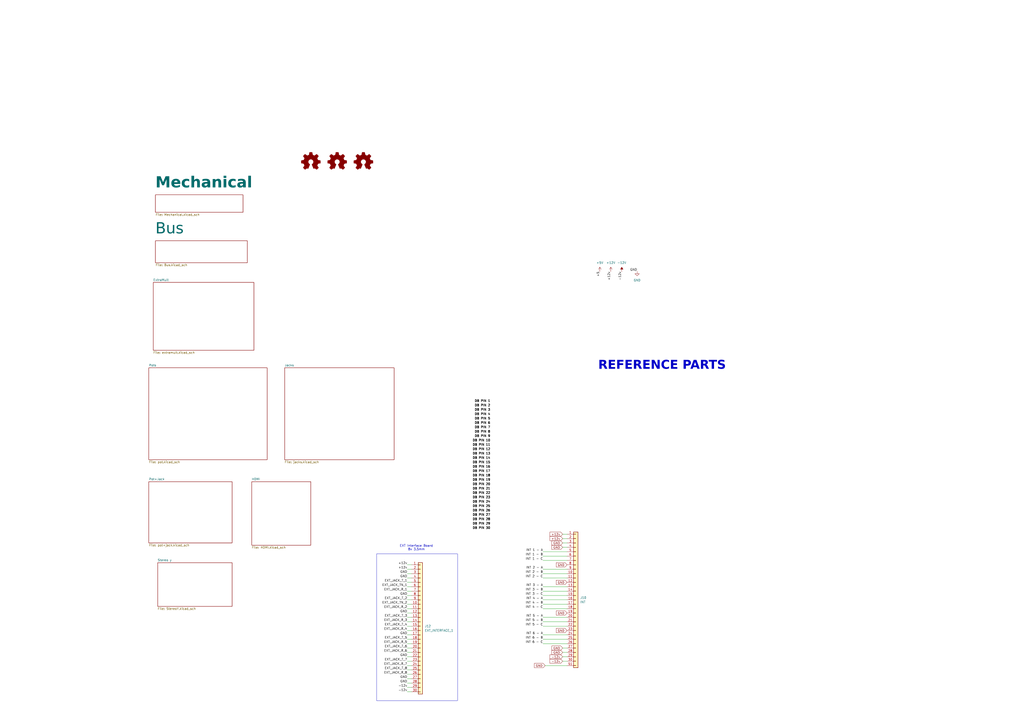
<source format=kicad_sch>
(kicad_sch (version 20231120) (generator "eeschema") (generator_version "8.0")
  (paper "A2")
  (title_block (title "Audio Thing Template") (date "2024-11-13") (rev "1.0") (company "velvia-fifty") (comment 1 "https://github.com/velvia-fifty/AudioThings") (comment 2 "You should have changed this already :)") (comment 4 "Stay humble"))
  (lib_symbols
    (symbol "Connector_Generic:Conn_01x30" (pin_names (offset 1.016) hide)
      (property "Reference" "J" (at 0 38.1 0))
      (property "Value" "Conn_01x30" (at 0 -40.64 0))
      (symbol "Conn_01x30_1_1"
        (rectangle (start -1.27 -37.973) (end 0 -38.227) (stroke (width 0.1524)))
        (rectangle (start -1.27 -35.433) (end 0 -35.687) (stroke (width 0.1524)))
        (rectangle (start -1.27 -32.893) (end 0 -33.147) (stroke (width 0.1524)))
        (rectangle (start -1.27 -30.353) (end 0 -30.607) (stroke (width 0.1524)))
        (rectangle (start -1.27 -27.813) (end 0 -28.067) (stroke (width 0.1524)))
        (rectangle (start -1.27 -25.273) (end 0 -25.527) (stroke (width 0.1524)))
        (rectangle (start -1.27 -22.733) (end 0 -22.987) (stroke (width 0.1524)))
        (rectangle (start -1.27 -20.193) (end 0 -20.447) (stroke (width 0.1524)))
        (rectangle (start -1.27 -17.653) (end 0 -17.907) (stroke (width 0.1524)))
        (rectangle (start -1.27 -15.113) (end 0 -15.367) (stroke (width 0.1524)))
        (rectangle (start -1.27 -12.573) (end 0 -12.827) (stroke (width 0.1524)))
        (rectangle (start -1.27 -10.033) (end 0 -10.287) (stroke (width 0.1524)))
        (rectangle (start -1.27 -7.493) (end 0 -7.747) (stroke (width 0.1524)))
        (rectangle (start -1.27 -4.953) (end 0 -5.207) (stroke (width 0.1524)))
        (rectangle (start -1.27 -2.413) (end 0 -2.667) (stroke (width 0.1524)))
        (rectangle (start -1.27 0.127) (end 0 -0.127) (stroke (width 0.1524)))
        (rectangle (start -1.27 2.667) (end 0 2.413) (stroke (width 0.1524)))
        (rectangle (start -1.27 5.207) (end 0 4.953) (stroke (width 0.1524)))
        (rectangle (start -1.27 7.747) (end 0 7.493) (stroke (width 0.1524)))
        (rectangle (start -1.27 10.287) (end 0 10.033) (stroke (width 0.1524)))
        (rectangle (start -1.27 12.827) (end 0 12.573) (stroke (width 0.1524)))
        (rectangle (start -1.27 15.367) (end 0 15.113) (stroke (width 0.1524)))
        (rectangle (start -1.27 17.907) (end 0 17.653) (stroke (width 0.1524)))
        (rectangle (start -1.27 20.447) (end 0 20.193) (stroke (width 0.1524)))
        (rectangle (start -1.27 22.987) (end 0 22.733) (stroke (width 0.1524)))
        (rectangle (start -1.27 25.527) (end 0 25.273) (stroke (width 0.1524)))
        (rectangle (start -1.27 28.067) (end 0 27.813) (stroke (width 0.1524)))
        (rectangle (start -1.27 30.607) (end 0 30.353) (stroke (width 0.1524)))
        (rectangle (start -1.27 33.147) (end 0 32.893) (stroke (width 0.1524)))
        (rectangle (start -1.27 35.687) (end 0 35.433) (stroke (width 0.1524)))
        (rectangle (start -1.27 36.83) (end 1.27 -39.37) (stroke (width 0.254)) (fill (type background)))
        (pin passive line (at -5.08 35.56 0) (length 3.81) (name "Pin_1") (number "1"))
        (pin passive line (at -5.08 12.7 0) (length 3.81) (name "Pin_10") (number "10"))
        (pin passive line (at -5.08 10.16 0) (length 3.81) (name "Pin_11") (number "11"))
        (pin passive line (at -5.08 7.62 0) (length 3.81) (name "Pin_12") (number "12"))
        (pin passive line (at -5.08 5.08 0) (length 3.81) (name "Pin_13") (number "13"))
        (pin passive line (at -5.08 2.54 0) (length 3.81) (name "Pin_14") (number "14"))
        (pin passive line (at -5.08 0 0) (length 3.81) (name "Pin_15") (number "15"))
        (pin passive line (at -5.08 -2.54 0) (length 3.81) (name "Pin_16") (number "16"))
        (pin passive line (at -5.08 -5.08 0) (length 3.81) (name "Pin_17") (number "17"))
        (pin passive line (at -5.08 -7.62 0) (length 3.81) (name "Pin_18") (number "18"))
        (pin passive line (at -5.08 -10.16 0) (length 3.81) (name "Pin_19") (number "19"))
        (pin passive line (at -5.08 33.02 0) (length 3.81) (name "Pin_2") (number "2"))
        (pin passive line (at -5.08 -12.7 0) (length 3.81) (name "Pin_20") (number "20"))
        (pin passive line (at -5.08 -15.24 0) (length 3.81) (name "Pin_21") (number "21"))
        (pin passive line (at -5.08 -17.78 0) (length 3.81) (name "Pin_22") (number "22"))
        (pin passive line (at -5.08 -20.32 0) (length 3.81) (name "Pin_23") (number "23"))
        (pin passive line (at -5.08 -22.86 0) (length 3.81) (name "Pin_24") (number "24"))
        (pin passive line (at -5.08 -25.4 0) (length 3.81) (name "Pin_25") (number "25"))
        (pin passive line (at -5.08 -27.94 0) (length 3.81) (name "Pin_26") (number "26"))
        (pin passive line (at -5.08 -30.48 0) (length 3.81) (name "Pin_27") (number "27"))
        (pin passive line (at -5.08 -33.02 0) (length 3.81) (name "Pin_28") (number "28"))
        (pin passive line (at -5.08 -35.56 0) (length 3.81) (name "Pin_29") (number "29"))
        (pin passive line (at -5.08 30.48 0) (length 3.81) (name "Pin_3") (number "3"))
        (pin passive line (at -5.08 -38.1 0) (length 3.81) (name "Pin_30") (number "30"))
        (pin passive line (at -5.08 27.94 0) (length 3.81) (name "Pin_4") (number "4"))
        (pin passive line (at -5.08 25.4 0) (length 3.81) (name "Pin_5") (number "5"))
        (pin passive line (at -5.08 22.86 0) (length 3.81) (name "Pin_6") (number "6"))
        (pin passive line (at -5.08 20.32 0) (length 3.81) (name "Pin_7") (number "7"))
        (pin passive line (at -5.08 17.78 0) (length 3.81) (name "Pin_8") (number "8"))
        (pin passive line (at -5.08 15.24 0) (length 3.81) (name "Pin_9") (number "9"))
      )
    )
    (symbol "Connector_Generic:Conn_01x31" (pin_names (offset 1.016) hide)
      (property "Reference" "J10" (at 2.54 1.2701 0))
      (property "Value" "Conn_01x31" (at 2.54 -1.2699 0))
      (symbol "Conn_01x31_1_1"
        (rectangle (start -1.27 -37.973) (end 0 -38.227) (stroke (width 0.1524)))
        (rectangle (start -1.27 -35.433) (end 0 -35.687) (stroke (width 0.1524)))
        (rectangle (start -1.27 -32.893) (end 0 -33.147) (stroke (width 0.1524)))
        (rectangle (start -1.27 -30.353) (end 0 -30.607) (stroke (width 0.1524)))
        (rectangle (start -1.27 -27.813) (end 0 -28.067) (stroke (width 0.1524)))
        (rectangle (start -1.27 -25.273) (end 0 -25.527) (stroke (width 0.1524)))
        (rectangle (start -1.27 -22.733) (end 0 -22.987) (stroke (width 0.1524)))
        (rectangle (start -1.27 -20.193) (end 0 -20.447) (stroke (width 0.1524)))
        (rectangle (start -1.27 -17.653) (end 0 -17.907) (stroke (width 0.1524)))
        (rectangle (start -1.27 -15.113) (end 0 -15.367) (stroke (width 0.1524)))
        (rectangle (start -1.27 -12.573) (end 0 -12.827) (stroke (width 0.1524)))
        (rectangle (start -1.27 -10.033) (end 0 -10.287) (stroke (width 0.1524)))
        (rectangle (start -1.27 -7.493) (end 0 -7.747) (stroke (width 0.1524)))
        (rectangle (start -1.27 -4.953) (end 0 -5.207) (stroke (width 0.1524)))
        (rectangle (start -1.27 -2.413) (end 0 -2.667) (stroke (width 0.1524)))
        (rectangle (start -1.27 0.127) (end 0 -0.127) (stroke (width 0.1524)))
        (rectangle (start -1.27 2.667) (end 0 2.413) (stroke (width 0.1524)))
        (rectangle (start -1.27 5.207) (end 0 4.953) (stroke (width 0.1524)))
        (rectangle (start -1.27 7.747) (end 0 7.493) (stroke (width 0.1524)))
        (rectangle (start -1.27 10.287) (end 0 10.033) (stroke (width 0.1524)))
        (rectangle (start -1.27 12.827) (end 0 12.573) (stroke (width 0.1524)))
        (rectangle (start -1.27 15.367) (end 0 15.113) (stroke (width 0.1524)))
        (rectangle (start -1.27 17.907) (end 0 17.653) (stroke (width 0.1524)))
        (rectangle (start -1.27 20.447) (end 0 20.193) (stroke (width 0.1524)))
        (rectangle (start -1.27 22.987) (end 0 22.733) (stroke (width 0.1524)))
        (rectangle (start -1.27 25.527) (end 0 25.273) (stroke (width 0.1524)))
        (rectangle (start -1.27 28.067) (end 0 27.813) (stroke (width 0.1524)))
        (rectangle (start -1.27 30.607) (end 0 30.353) (stroke (width 0.1524)))
        (rectangle (start -1.27 33.147) (end 0 32.893) (stroke (width 0.1524)))
        (rectangle (start -1.27 35.687) (end 0 35.433) (stroke (width 0.1524)))
        (rectangle (start -1.27 38.227) (end 0 37.973) (stroke (width 0.1524)))
        (rectangle (start -1.27 39.37) (end 1.27 -39.37) (stroke (width 0.254)) (fill (type background)))
        (pin passive line (at -5.08 38.1 0) (length 3.81) (name "Pin_1") (number "1"))
        (pin passive line (at -5.08 15.24 0) (length 3.81) (name "Pin_10") (number "10"))
        (pin passive line (at -5.08 12.7 0) (length 3.81) (name "Pin_11") (number "11"))
        (pin passive line (at -5.08 10.16 0) (length 3.81) (name "Pin_12") (number "12"))
        (pin passive line (at -5.08 7.62 0) (length 3.81) (name "Pin_13") (number "13"))
        (pin passive line (at -5.08 5.08 0) (length 3.81) (name "Pin_14") (number "14"))
        (pin passive line (at -5.08 2.54 0) (length 3.81) (name "Pin_15") (number "15"))
        (pin passive line (at -5.08 0 0) (length 3.81) (name "Pin_16") (number "16"))
        (pin passive line (at -5.08 -2.54 0) (length 3.81) (name "Pin_17") (number "17"))
        (pin passive line (at -5.08 -5.08 0) (length 3.81) (name "Pin_18") (number "18"))
        (pin passive line (at -5.08 -7.62 0) (length 3.81) (name "Pin_19") (number "19"))
        (pin passive line (at -5.08 35.56 0) (length 3.81) (name "Pin_2") (number "2"))
        (pin passive line (at -5.08 -10.16 0) (length 3.81) (name "Pin_20") (number "20"))
        (pin passive line (at -5.08 -12.7 0) (length 3.81) (name "Pin_21") (number "21"))
        (pin passive line (at -5.08 -15.24 0) (length 3.81) (name "Pin_22") (number "22"))
        (pin passive line (at -5.08 -17.78 0) (length 3.81) (name "Pin_23") (number "23"))
        (pin passive line (at -5.08 -20.32 0) (length 3.81) (name "Pin_24") (number "24"))
        (pin passive line (at -5.08 -22.86 0) (length 3.81) (name "Pin_25") (number "25"))
        (pin passive line (at -5.08 -25.4 0) (length 3.81) (name "Pin_26") (number "26"))
        (pin passive line (at -5.08 -27.94 0) (length 3.81) (name "Pin_27") (number "27"))
        (pin passive line (at -5.08 -30.48 0) (length 3.81) (name "Pin_28") (number "28"))
        (pin passive line (at -5.08 -33.02 0) (length 3.81) (name "Pin_29") (number "29"))
        (pin passive line (at -5.08 33.02 0) (length 3.81) (name "Pin_3") (number "3"))
        (pin passive line (at -5.08 -35.56 0) (length 3.81) (name "Pin_30") (number "30"))
        (pin passive line (at -5.08 30.48 0) (length 3.81) (name "Pin_4") (number "4"))
        (pin passive line (at -5.08 27.94 0) (length 3.81) (name "Pin_5") (number "5"))
        (pin passive line (at -5.08 25.4 0) (length 3.81) (name "Pin_6") (number "6"))
        (pin passive line (at -5.08 22.86 0) (length 3.81) (name "Pin_7") (number "7"))
        (pin passive line (at -5.08 20.32 0) (length 3.81) (name "Pin_8") (number "8"))
        (pin passive line (at -5.08 17.78 0) (length 3.81) (name "Pin_9") (number "9"))
        (pin passive line (at -5.08 -38.1 0) (length 3.81) (name "S1") (number "S1"))
      )
    )
    (symbol "Graphic:Logo_Open_Hardware_Small" (in_bom no) (on_board no)
      (symbol "Logo_Open_Hardware_Small_0_1"
        (polyline (pts (xy 3.3528 -4.3434) (xy 3.302 -4.318) (xy 3.175 -4.2418) (xy 2.9972 -4.1148) (xy 2.7686 -3.9624) (xy 2.54 -3.81) (xy 2.3622 -3.7084) (xy 2.2352 -3.6068) (xy 2.1844 -3.5814) (xy 2.159 -3.6068) (xy 2.0574 -3.6576) (xy 1.905 -3.7338) (xy 1.8034 -3.7846) (xy 1.6764 -3.8354) (xy 1.6002 -3.8354) (xy 1.6002 -3.8354) (xy 1.5494 -3.7338) (xy 1.4732 -3.5306) (xy 1.3462 -3.302) (xy 1.2446 -3.0226) (xy 1.1176 -2.7178) (xy 0.9652 -2.413) (xy 0.8636 -2.1082) (xy 0.7366 -1.8288) (xy 0.6604 -1.6256) (xy 0.6096 -1.4732) (xy 0.5842 -1.397) (xy 0.5842 -1.397) (xy 0.6604 -1.3208) (xy 0.7874 -1.2446) (xy 1.0414 -1.016) (xy 1.2954 -0.6858) (xy 1.4478 -0.3302) (xy 1.524 0.0762) (xy 1.4732 0.4572) (xy 1.3208 0.8128) (xy 1.0668 1.143) (xy 0.762 1.3716) (xy 0.4064 1.524) (xy 0 1.5748) (xy -0.381 1.5494) (xy -0.7366 1.397) (xy -1.0668 1.143) (xy -1.2192 0.9906) (xy -1.397 0.6604) (xy -1.524 0.3048) (xy -1.524 0.2286) (xy -1.4986 -0.1778) (xy -1.397 -0.5334) (xy -1.1938 -0.8636) (xy -0.9144 -1.143) (xy -0.8636 -1.1684) (xy -0.7366 -1.27) (xy -0.635 -1.3462) (xy -0.5842 -1.397) (xy -1.0668 -2.5908) (xy -1.143 -2.794) (xy -1.2954 -3.1242) (xy -1.397 -3.4036) (xy -1.4986 -3.6322) (xy -1.5748 -3.7846) (xy -1.6002 -3.8354) (xy -1.6002 -3.8354) (xy -1.651 -3.8354) (xy -1.7272 -3.81) (xy -1.905 -3.7338) (xy -2.0066 -3.683) (xy -2.1336 -3.6068) (xy -2.2098 -3.5814) (xy -2.2606 -3.6068) (xy -2.3622 -3.683) (xy -2.54 -3.81) (xy -2.7686 -3.9624) (xy -2.9718 -4.0894) (xy -3.1496 -4.2164) (xy -3.302 -4.318) (xy -3.3528 -4.3434) (xy -3.3782 -4.3434) (xy -3.429 -4.318) (xy -3.5306 -4.2164) (xy -3.7084 -4.064) (xy -3.937 -3.8354) (xy -3.9624 -3.81) (xy -4.1656 -3.6068) (xy -4.318 -3.4544) (xy -4.4196 -3.3274) (xy -4.445 -3.2766) (xy -4.445 -3.2766) (xy -4.4196 -3.2258) (xy -4.318 -3.0734) (xy -4.2164 -2.8956) (xy -4.064 -2.667) (xy -3.6576 -2.0828) (xy -3.8862 -1.5494) (xy -3.937 -1.3716) (xy -4.0386 -1.1684) (xy -4.0894 -1.0414) (xy -4.1148 -0.9652) (xy -4.191 -0.9398) (xy -4.318 -0.9144) (xy -4.5466 -0.8636) (xy -4.8006 -0.8128) (xy -5.0546 -0.7874) (xy -5.2578 -0.7366) (xy -5.4356 -0.7112) (xy -5.5118 -0.6858) (xy -5.5118 -0.6858) (xy -5.5372 -0.635) (xy -5.5372 -0.5588) (xy -5.5372 -0.4318) (xy -5.5626 -0.2286) (xy -5.5626 0.0762) (xy -5.5626 0.127) (xy -5.5372 0.4064) (xy -5.5372 0.635) (xy -5.5372 0.762) (xy -5.5372 0.8382) (xy -5.5372 0.8382) (xy -5.461 0.8382) (xy -5.3086 0.889) (xy -5.08 0.9144) (xy -4.826 0.9652) (xy -4.8006 0.9906) (xy -4.5466 1.0414) (xy -4.318 1.0668) (xy -4.1656 1.1176) (xy -4.0894 1.143) (xy -4.0894 1.143) (xy -4.0386 1.2446) (xy -3.9624 1.4224) (xy -3.8608 1.6256) (xy -3.7846 1.8288) (xy -3.7084 2.0066) (xy -3.6576 2.159) (xy -3.6322 2.2098) (xy -3.6322 2.2098) (xy -3.683 2.286) (xy -3.7592 2.413) (xy -3.8862 2.5908) (xy -4.064 2.8194) (xy -4.064 2.8448) (xy -4.2164 3.0734) (xy -4.3434 3.2512) (xy -4.4196 3.3782) (xy -4.445 3.4544) (xy -4.445 3.4544) (xy -4.3942 3.5052) (xy -4.2926 3.6322) (xy -4.1148 3.81) (xy -3.937 4.0132) (xy -3.8608 4.064) (xy -3.6576 4.2926) (xy -3.5052 4.4196) (xy -3.4036 4.4958) (xy -3.3528 4.5212) (xy -3.3528 4.5212) (xy -3.302 4.4704) (xy -3.1496 4.3688) (xy -2.9718 4.2418) (xy -2.7432 4.0894) (xy -2.7178 4.0894) (xy -2.4892 3.937) (xy -2.3114 3.81) (xy -2.1844 3.7084) (xy -2.1336 3.683) (xy -2.1082 3.683) (xy -2.032 3.7084) (xy -1.8542 3.7592) (xy -1.6764 3.8354) (xy -1.4732 3.937) (xy -1.27 4.0132) (xy -1.143 4.064) (xy -1.0668 4.1148) (xy -1.0668 4.1148) (xy -1.0414 4.191) (xy -1.016 4.3434) (xy -0.9652 4.572) (xy -0.9144 4.8514) (xy -0.889 4.9022) (xy -0.8382 5.1562) (xy -0.8128 5.3848) (xy -0.7874 5.5372) (xy -0.762 5.588) (xy -0.7112 5.6134) (xy -0.5842 5.6134) (xy -0.4064 5.6134) (xy -0.1524 5.6134) (xy 0.0762 5.6134) (xy 0.3302 5.6134) (xy 0.5334 5.6134) (xy 0.6858 5.588) (xy 0.7366 5.588) (xy 0.7366 5.588) (xy 0.762 5.5118) (xy 0.8128 5.334) (xy 0.8382 5.1054) (xy 0.9144 4.826) (xy 0.9144 4.7752) (xy 0.9652 4.5212) (xy 1.016 4.2926) (xy 1.0414 4.1402) (xy 1.0668 4.0894) (xy 1.0668 4.0894) (xy 1.1938 4.0386) (xy 1.3716 3.9624) (xy 1.5748 3.8608) (xy 2.0828 3.6576) (xy 2.7178 4.0894) (xy 2.7686 4.1402) (xy 2.9972 4.2926) (xy 3.175 4.4196) (xy 3.302 4.4958) (xy 3.3782 4.5212) (xy 3.3782 4.5212) (xy 3.429 4.4704) (xy 3.556 4.3434) (xy 3.7338 4.191) (xy 3.9116 3.9878) (xy 4.064 3.8354) (xy 4.2418 3.6576) (xy 4.3434 3.556) (xy 4.4196 3.4798) (xy 4.4196 3.429) (xy 4.4196 3.4036) (xy 4.3942 3.3274) (xy 4.2926 3.2004) (xy 4.1656 2.9972) (xy 4.0132 2.794) (xy 3.8862 2.5908) (xy 3.7592 2.3876) (xy 3.6576 2.2352) (xy 3.6322 2.159) (xy 3.6322 2.1336) (xy 3.683 2.0066) (xy 3.7592 1.8288) (xy 3.8608 1.6002) (xy 4.064 1.1176) (xy 4.3942 1.0414) (xy 4.5974 1.016) (xy 4.8768 0.9652) (xy 5.1308 0.9144) (xy 5.5372 0.8382) (xy 5.5626 -0.6604) (xy 5.4864 -0.6858) (xy 5.4356 -0.6858) (xy 5.2832 -0.7366) (xy 5.0546 -0.762) (xy 4.8006 -0.8128) (xy 4.5974 -0.8636) (xy 4.3688 -0.9144) (xy 4.2164 -0.9398) (xy 4.1402 -0.9398) (xy 4.1148 -0.9652) (xy 4.064 -1.0668) (xy 3.9878 -1.2446) (xy 3.9116 -1.4478) (xy 3.81 -1.651) (xy 3.7338 -1.8542) (xy 3.683 -2.0066) (xy 3.6576 -2.0828) (xy 3.683 -2.1336) (xy 3.7846 -2.2606) (xy 3.8862 -2.4638) (xy 4.0386 -2.667) (xy 4.191 -2.8956) (xy 4.318 -3.0734) (xy 4.3942 -3.2004) (xy 4.445 -3.2766) (xy 4.4196 -3.3274) (xy 4.3434 -3.429) (xy 4.1656 -3.5814) (xy 3.937 -3.8354) (xy 3.8862 -3.8608) (xy 3.683 -4.064) (xy 3.5306 -4.2164) (xy 3.4036 -4.318) (xy 3.3528 -4.3434)) (fill (type outline)))
      )
    )
    (symbol "power:+12V" (power) (pin_numbers hide) (pin_names (offset 0) hide)
      (property "Value" "+12V" (at 0 3.556 0))
      (symbol "+12V_0_1"
        (polyline (pts (xy -0.762 1.27) (xy 0 2.54)))
        (polyline (pts (xy 0 0) (xy 0 2.54)))
        (polyline (pts (xy 0 2.54) (xy 0.762 1.27)))
      )
      (symbol "+12V_1_1"
        (pin power_in line (at 0 0 90) (length 0) (name "~") (number "1"))
      )
    )
    (symbol "power:+5V" (power) (pin_numbers hide) (pin_names (offset 0) hide)
      (property "Value" "+5V" (at 0 3.556 0))
      (symbol "+5V_0_1"
        (polyline (pts (xy -0.762 1.27) (xy 0 2.54)))
        (polyline (pts (xy 0 0) (xy 0 2.54)))
        (polyline (pts (xy 0 2.54) (xy 0.762 1.27)))
      )
      (symbol "+5V_1_1"
        (pin power_in line (at 0 0 90) (length 0) (name "~") (number "1"))
      )
    )
    (symbol "power:-12V" (power) (pin_numbers hide) (pin_names (offset 0) hide)
      (property "Value" "-12V" (at 0 3.556 0))
      (symbol "-12V_0_0"
        (pin power_in line (at 0 0 90) (length 0) (name "~") (number "1"))
      )
      (symbol "-12V_0_1"
        (polyline (pts (xy 0 0) (xy 0 1.27) (xy 0.762 1.27) (xy 0 2.54) (xy -0.762 1.27) (xy 0 1.27)) (fill (type outline)))
      )
    )
    (symbol "power:GND" (power) (pin_numbers hide) (pin_names (offset 0) hide)
      (property "Value" "GND" (at 0 -3.81 0))
      (symbol "GND_0_1"
        (polyline (pts (xy 0 0) (xy 0 -1.27) (xy 1.27 -1.27) (xy 0 -2.54) (xy -1.27 -1.27) (xy 0 -1.27)))
      )
      (symbol "GND_1_1"
        (pin power_in line (at 0 0 270) (length 0) (name "~") (number "1"))
      )
    )
  )
  (wire (pts (xy 238.76 358.14) (xy 236.22 358.14)))
  (wire (pts (xy 238.76 365.76) (xy 236.22 365.76)))
  (wire (pts (xy 238.76 332.74) (xy 236.22 332.74)))
  (wire (pts (xy 238.76 342.9) (xy 236.22 342.9)))
  (wire (pts (xy 238.76 368.3) (xy 236.22 368.3)))
  (wire (pts (xy 326.39 309.88) (xy 328.93 309.88)))
  (wire (pts (xy 238.76 355.6) (xy 236.22 355.6)))
  (wire (pts (xy 326.39 317.5) (xy 328.93 317.5)))
  (wire (pts (xy 326.39 314.96) (xy 328.93 314.96)))
  (wire (pts (xy 238.76 335.28) (xy 236.22 335.28)))
  (wire (pts (xy 238.76 330.2) (xy 236.22 330.2)))
  (wire (pts (xy 326.39 383.54) (xy 328.93 383.54)))
  (wire (pts (xy 314.96 347.98) (xy 328.93 347.98)))
  (wire (pts (xy 314.96 322.58) (xy 328.93 322.58)))
  (wire (pts (xy 238.76 345.44) (xy 236.22 345.44)))
  (wire (pts (xy 238.76 386.08) (xy 236.22 386.08)))
  (wire (pts (xy 314.96 363.22) (xy 328.93 363.22)))
  (wire (pts (xy 314.96 353.06) (xy 328.93 353.06)))
  (wire (pts (xy 238.76 373.38) (xy 236.22 373.38)))
  (wire (pts (xy 238.76 363.22) (xy 236.22 363.22)))
  (wire (pts (xy 314.96 345.44) (xy 328.93 345.44)))
  (wire (pts (xy 326.39 381) (xy 328.93 381)))
  (wire (pts (xy 238.76 396.24) (xy 236.22 396.24)))
  (wire (pts (xy 314.96 373.38) (xy 328.93 373.38)))
  (wire (pts (xy 314.96 325.12) (xy 328.93 325.12)))
  (wire (pts (xy 238.76 347.98) (xy 236.22 347.98)))
  (wire (pts (xy 238.76 327.66) (xy 236.22 327.66)))
  (wire (pts (xy 238.76 393.7) (xy 236.22 393.7)))
  (wire (pts (xy 314.96 330.2) (xy 328.93 330.2)))
  (wire (pts (xy 314.96 340.36) (xy 328.93 340.36)))
  (wire (pts (xy 238.76 391.16) (xy 236.22 391.16)))
  (wire (pts (xy 238.76 388.62) (xy 236.22 388.62)))
  (wire (pts (xy 238.76 401.32) (xy 236.22 401.32)))
  (wire (pts (xy 238.76 340.36) (xy 236.22 340.36)))
  (wire (pts (xy 238.76 370.84) (xy 236.22 370.84)))
  (wire (pts (xy 314.96 358.14) (xy 328.93 358.14)))
  (wire (pts (xy 314.96 342.9) (xy 328.93 342.9)))
  (wire (pts (xy 238.76 375.92) (xy 236.22 375.92)))
  (wire (pts (xy 326.39 375.92) (xy 328.93 375.92)))
  (wire (pts (xy 238.76 378.46) (xy 236.22 378.46)))
  (wire (pts (xy 238.76 337.82) (xy 236.22 337.82)))
  (wire (pts (xy 314.96 332.74) (xy 328.93 332.74)))
  (wire (pts (xy 314.96 350.52) (xy 328.93 350.52)))
  (wire (pts (xy 314.96 370.84) (xy 328.93 370.84)))
  (wire (pts (xy 314.96 360.68) (xy 328.93 360.68)))
  (wire (pts (xy 314.96 335.28) (xy 328.93 335.28)))
  (wire (pts (xy 326.39 312.42) (xy 328.93 312.42)))
  (wire (pts (xy 238.76 360.68) (xy 236.22 360.68)))
  (wire (pts (xy 314.96 368.3) (xy 328.93 368.3)))
  (wire (pts (xy 238.76 381) (xy 236.22 381)))
  (wire (pts (xy 238.76 383.54) (xy 236.22 383.54)))
  (wire (pts (xy 238.76 398.78) (xy 236.22 398.78)))
  (wire (pts (xy 316.23 386.08) (xy 328.93 386.08)))
  (wire (pts (xy 314.96 320.04) (xy 328.93 320.04)))
  (wire (pts (xy 238.76 350.52) (xy 236.22 350.52)))
  (wire (pts (xy 238.76 353.06) (xy 236.22 353.06)))
  (wire (pts (xy 326.39 378.46) (xy 328.93 378.46)))
  (rectangle (start 218.44 321.31) (end 265.43 406.4))
  (text "REFERENCE PARTS" (at 384.048 213.36 0) (effects (font (size 5.08 5.08) (thickness 1.016) (bold yes))))
  (text "EXT Interface Board\n8x 3.5mm" (at 241.554 317.754 0) (effects (font (size 1.27 1.27))))
  (label "+5" (at 347.98 157.48 270))
  (label "INT 1 - B" (at 314.96 322.58 180))
  (label "EXT_JACK_T_2" (at 236.22 347.98 180))
  (label "INT 3 - A" (at 314.96 340.36 180))
  (label "DB PIN 8" (at 284.48 251.46 180) (effects (font (thickness 0.254) (bold yes))))
  (label "DB PIN 28" (at 284.48 302.26 180) (effects (font (thickness 0.254) (bold yes))))
  (label "DB PIN 20" (at 284.48 281.94 180) (effects (font (thickness 0.254) (bold yes))))
  (label "DB PIN 11" (at 284.48 259.08 180) (effects (font (thickness 0.254) (bold yes))))
  (label "EXT_JACK_T_6" (at 236.22 375.92 180))
  (label "INT 6 - A" (at 314.96 368.3 180))
  (label "EXT_JACK_R_4" (at 236.22 365.76 180))
  (label "DB PIN 14" (at 284.48 266.7 180) (effects (font (thickness 0.254) (bold yes))))
  (label "DB PIN 24" (at 284.48 292.1 180) (effects (font (thickness 0.254) (bold yes))))
  (label "GND" (at 236.22 381 180))
  (label "GND" (at 236.22 355.6 180))
  (label "INT 6 - C" (at 314.96 373.38 180))
  (label "-12v" (at 236.22 398.78 180))
  (label "DB PIN 3" (at 284.48 238.76 180) (effects (font (thickness 0.254) (bold yes))))
  (label "DB PIN 13" (at 284.48 264.16 180) (effects (font (thickness 0.254) (bold yes))))
  (label "EXT_JACK_R_6" (at 236.22 378.46 180))
  (label "-12v" (at 360.68 157.48 270))
  (label "EXT_JACK_T_3" (at 236.22 358.14 180))
  (label "INT 3 - B" (at 314.96 342.9 180))
  (label "DB PIN 18" (at 284.48 276.86 180) (effects (font (thickness 0.254) (bold yes))))
  (label "EXT_JACK_R_7" (at 236.22 386.08 180))
  (label "EXT_JACK_T_1" (at 236.22 337.82 180))
  (label "INT 2 - A" (at 314.96 330.2 180))
  (label "GND" (at 369.57 157.48 180))
  (label "EXT_JACK_T_7" (at 236.22 383.54 180))
  (label "EXT_JACK_R_5" (at 236.22 373.38 180))
  (label "-12v" (at 236.22 401.32 180))
  (label "INT 4 - C" (at 314.96 353.06 180))
  (label "DB PIN 10" (at 284.48 256.54 180) (effects (font (thickness 0.254) (bold yes))))
  (label "GND" (at 236.22 345.44 180))
  (label "INT 6 - B" (at 314.96 370.84 180))
  (label "DB PIN 30" (at 284.48 307.34 180) (effects (font (thickness 0.254) (bold yes))))
  (label "GND" (at 236.22 368.3 180))
  (label "INT 2 - B" (at 314.96 332.74 180))
  (label "DB PIN 7" (at 284.48 248.92 180) (effects (font (thickness 0.254) (bold yes))))
  (label "DB PIN 9" (at 284.48 254 180) (effects (font (thickness 0.254) (bold yes))))
  (label "DB PIN 1" (at 284.48 233.68 180) (effects (font (thickness 0.254) (bold yes))))
  (label "INT 4 - A" (at 314.96 347.98 180))
  (label "+12v" (at 236.22 327.66 180))
  (label "EXT_JACK_R_2" (at 236.22 353.06 180))
  (label "GND" (at 236.22 393.7 180))
  (label "DB PIN 2" (at 284.48 236.22 180) (effects (font (thickness 0.254) (bold yes))))
  (label "DB PIN 15" (at 284.48 269.24 180) (effects (font (thickness 0.254) (bold yes))))
  (label "DB PIN 19" (at 284.48 279.4 180) (effects (font (thickness 0.254) (bold yes))))
  (label "GND" (at 236.22 335.28 180))
  (label "INT 1 - A" (at 314.96 320.04 180))
  (label "INT 1 - C" (at 314.96 325.12 180))
  (label "INT 3 - C" (at 314.96 345.44 180))
  (label "DB PIN 21" (at 284.48 284.48 180) (effects (font (thickness 0.254) (bold yes))))
  (label "GND" (at 236.22 332.74 180))
  (label "GND" (at 236.22 396.24 180))
  (label "DB PIN 4" (at 284.48 241.3 180) (effects (font (thickness 0.254) (bold yes))))
  (label "DB PIN 25" (at 284.48 294.64 180) (effects (font (thickness 0.254) (bold yes))))
  (label "DB PIN 12" (at 284.48 261.62 180) (effects (font (thickness 0.254) (bold yes))))
  (label "EXT_JACK_R_8" (at 236.22 391.16 180))
  (label "+12v" (at 236.22 330.2 180))
  (label "DB PIN 29" (at 284.48 304.8 180) (effects (font (thickness 0.254) (bold yes))))
  (label "DB PIN 22" (at 284.48 287.02 180) (effects (font (thickness 0.254) (bold yes))))
  (label "INT 5 - C" (at 314.96 363.22 180))
  (label "EXT_JACK_T_5" (at 236.22 370.84 180))
  (label "EXT_JACK_T_8" (at 236.22 388.62 180))
  (label "DB PIN 6" (at 284.48 246.38 180) (effects (font (thickness 0.254) (bold yes))))
  (label "EXT_JACK_TN_1" (at 236.22 340.36 180))
  (label "+12v" (at 354.33 157.48 270))
  (label "DB PIN 16" (at 284.48 271.78 180) (effects (font (thickness 0.254) (bold yes))))
  (label "DB PIN 23" (at 284.48 289.56 180) (effects (font (thickness 0.254) (bold yes))))
  (label "EXT_JACK_T_4" (at 236.22 363.22 180))
  (label "INT 5 - A" (at 314.96 358.14 180))
  (label "EXT_JACK_R_1" (at 236.22 342.9 180))
  (label "INT 2 - C" (at 314.96 335.28 180))
  (label "DB PIN 5" (at 284.48 243.84 180) (effects (font (thickness 0.254) (bold yes))))
  (label "DB PIN 17" (at 284.48 274.32 180) (effects (font (thickness 0.254) (bold yes))))
  (label "INT 5 - B" (at 314.96 360.68 180))
  (label "EXT_JACK_TN_2" (at 236.22 350.52 180))
  (label "INT 4 - B" (at 314.96 350.52 180))
  (label "DB PIN 27" (at 284.48 299.72 180) (effects (font (thickness 0.254) (bold yes))))
  (label "EXT_JACK_R_3" (at 236.22 360.68 180))
  (label "DB PIN 26" (at 284.48 297.18 180) (effects (font (thickness 0.254) (bold yes))))
  (global_label "GND" (shape input) (at 326.39 378.46 180) (property "Intersheetrefs" "${INTERSHEET_REFS}" (effects (hide yes))))
  (global_label "GND" (shape input) (at 316.23 386.08 180) (property "Intersheetrefs" "${INTERSHEET_REFS}" (effects (hide yes))))
  (global_label "+12v" (shape input) (at 326.39 312.42 180) (property "Intersheetrefs" "${INTERSHEET_REFS}" (effects (hide yes))))
  (global_label "GND" (shape input) (at 326.39 314.96 180) (property "Intersheetrefs" "${INTERSHEET_REFS}" (effects (hide yes))))
  (global_label "GND" (shape input) (at 328.93 355.6 180) (property "Intersheetrefs" "${INTERSHEET_REFS}" (effects (hide yes))))
  (global_label "+12v" (shape input) (at 326.39 309.88 180) (property "Intersheetrefs" "${INTERSHEET_REFS}" (effects (hide yes))))
  (global_label "GND" (shape input) (at 328.93 327.66 180) (property "Intersheetrefs" "${INTERSHEET_REFS}" (effects (hide yes))))
  (global_label "GND" (shape input) (at 326.39 375.92 180) (property "Intersheetrefs" "${INTERSHEET_REFS}" (effects (hide yes))))
  (global_label "-12v" (shape input) (at 326.39 383.54 180) (property "Intersheetrefs" "${INTERSHEET_REFS}" (effects (hide yes))))
  (global_label "GND" (shape input) (at 326.39 317.5 180) (property "Intersheetrefs" "${INTERSHEET_REFS}" (effects (hide yes))))
  (global_label "GND" (shape input) (at 328.93 337.82 180) (property "Intersheetrefs" "${INTERSHEET_REFS}" (effects (hide yes))))
  (global_label "GND" (shape input) (at 328.93 365.76 180) (property "Intersheetrefs" "${INTERSHEET_REFS}" (effects (hide yes))))
  (global_label "-12v" (shape input) (at 326.39 381 180) (property "Intersheetrefs" "${INTERSHEET_REFS}" (effects (hide yes))))
  (symbol (lib_id "power:-12V") (at 360.68 157.48 0) (unit 1)
    (property "Reference" "#PWR023" (effects (hide yes)))
    (property "Value" "-12V" (at 360.68 152.4 0))
    (property "Description" "Power symbol creates a global label with name \"-12V\"" (effects (hide yes)))
  )
  (symbol (lib_id "Connector_Generic:Conn_01x30") (at 243.84 363.22 0) (unit 1) (on_board no)
    (property "Reference" "J12" (at 246.38 363.2199 0) (effects (justify left)))
    (property "Value" "EXT_INTERFACE_1" (at 246.38 365.7599 0) (effects (justify left)))
    (property "Footprint" "AT-Footprints:AMPHENOL_SFV30R-4STE1HLF - FFC - 30 RA" (effects (hide yes)))
    (property "Description" "Generic connector, single row, 01x30, script generated (kicad-library-utils/schlib/autogen/connector/)" (effects (hide yes)))
  )
  (symbol (lib_id "Connector_Generic:Conn_01x31") (at 334.01 347.98 0) (unit 1) (on_board no)
    (property "Reference" "J10" (at 336.55 346.7099 0) (effects (justify left)))
    (property "Value" "INT" (at 336.55 349.2499 0) (effects (justify left)))
    (property "Footprint" "AT-Footprints:ffc-30-v-TE_3-1734742-0" (effects (hide yes)))
    (property "Description" "Generic connector, single row, 01x31, script generated (kicad-library-utils/schlib/autogen/connector/)" (effects (hide yes)))
  )
  (symbol (lib_id "Graphic:Logo_Open_Hardware_Small") (at 210.82 93.98 0) (unit 1) (exclude_from_sim yes) (in_bom no) (on_board no)
    (property "Reference" "#SYM3" (effects (hide yes)))
    (property "Value" "CC" (effects (hide yes)))
    (property "Footprint" "Symbol:Symbol_CreativeCommons_SilkScreenTop_Type2_Big" (effects (hide yes)))
    (property "Description" "CC" (effects (hide yes)))
  )
  (symbol (lib_id "power:+5V") (at 347.98 157.48 0) (unit 1)
    (property "Reference" "#PWR021" (effects (hide yes)))
    (property "Value" "+5V" (at 347.98 152.4 0))
    (property "Description" "Power symbol creates a global label with name \"+5V\"" (effects (hide yes)))
  )
  (symbol (lib_id "power:GND") (at 369.57 157.48 0) (unit 1)
    (property "Reference" "#PWR024" (effects (hide yes)))
    (property "Value" "GND" (at 369.57 162.56 0))
    (property "Description" "Power symbol creates a global label with name \"GND\" , ground" (effects (hide yes)))
  )
  (symbol (lib_id "power:+12V") (at 354.33 157.48 0) (unit 1)
    (property "Reference" "#PWR022" (effects (hide yes)))
    (property "Value" "+12V" (at 354.33 152.4 0))
    (property "Description" "Power symbol creates a global label with name \"+12V\"" (effects (hide yes)))
  )
  (symbol (lib_id "Graphic:Logo_Open_Hardware_Small") (at 195.58 93.98 0) (unit 1) (exclude_from_sim yes) (in_bom no) (on_board no)
    (property "Reference" "#SYM2" (effects (hide yes)))
    (property "Value" "Logo Kicad" (effects (hide yes)))
    (property "Footprint" "Symbol:KiCad-Logo2_5mm_SilkScreen" (effects (hide yes)))
    (property "Description" "Logo Kicadx" (effects (hide yes)))
  )
  (symbol (lib_id "Graphic:Logo_Open_Hardware_Small") (at 180.34 93.98 0) (unit 1) (exclude_from_sim yes) (in_bom no)
    (property "Reference" "#SYM1" (effects (hide yes)))
    (property "Value" "Logo_Open_Hardware_Small" (effects (hide yes)))
    (property "Footprint" "Symbol:OSHW-Logo2_7.3x6mm_SilkScreen" (effects (hide yes)))
    (property "Description" "Open Hardware logo, small" (effects (hide yes)))
  )
  (sheet (at 146.05 279.4) (size 34.29 36.83) (stroke (width 0.1524))
    (property "Sheetname" "HDMI" (at 146.05 278.6884 0) (effects (justify left bottom)))
    (property "Sheetfile" "HDMI.kicad_sch" (at 146.05 316.8146 0) (effects (justify left top)))
  )
  (sheet (at 88.9 163.83) (size 58.42 39.37) (stroke (width 0.1524))
    (property "Sheetname" "ExtraMult" (at 88.9 163.1184 0) (effects (justify left bottom)))
    (property "Sheetfile" "extramult.kicad_sch" (at 88.9 203.7846 0) (effects (justify left top)))
  )
  (sheet (at 86.36 213.36) (size 68.58 53.34) (stroke (width 0.1524))
    (property "Sheetname" "Pots" (at 86.36 212.6484 0) (effects (justify left bottom)))
    (property "Sheetfile" "pot.kicad_sch" (at 86.36 267.2846 0) (effects (justify left top)))
  )
  (sheet (at 86.36 279.4) (size 48.26 35.56) (stroke (width 0.1524))
    (property "Sheetname" "Pot+Jack" (at 86.36 278.6884 0) (effects (justify left bottom)))
    (property "Sheetfile" "pot+jack.kicad_sch" (at 86.36 315.5446 0) (effects (justify left top)))
  )
  (sheet (at 91.44 326.39) (size 43.18 25.4) (stroke (width 0.1524))
    (property "Sheetname" "Stereo y" (at 91.44 325.6784 0) (effects (justify left bottom)))
    (property "Sheetfile" "StereoY.kicad_sch" (at 91.44 352.3746 0) (effects (justify left top)))
  )
  (sheet (at 90.17 113.03) (size 50.8 10.16) (stroke (width 0.1524))
    (property "Sheetname" "Mechanical" (at 90.17 109.7784 0) (effects (font (size 6.35 6.35) (thickness 1.27) (bold yes)) (justify left bottom)))
    (property "Sheetfile" "Mechanical.kicad_sch" (at 90.17 123.7746 0) (effects (justify left top)))
  )
  (sheet (at 165.1 213.36) (size 63.5 53.34) (stroke (width 0.1524))
    (property "Sheetname" "Jacks" (at 165.1 212.6484 0) (effects (justify left bottom)))
    (property "Sheetfile" "jacks.kicad_sch" (at 165.1 267.2846 0) (effects (justify left top)))
  )
  (sheet (at 90.17 139.7) (size 53.34 12.7) (stroke (width 0.1524))
    (property "Sheetname" "Bus" (at 90.17 136.4484 0) (effects (font (size 6.35 6.35)) (justify left bottom)))
    (property "Sheetfile" "Bus.kicad_sch" (at 90.17 152.9846 0) (effects (justify left top)))
  )
)
</source>
